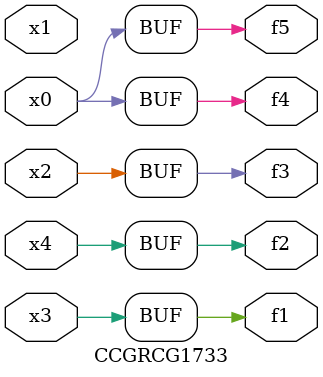
<source format=v>
module CCGRCG1733(
	input x0, x1, x2, x3, x4,
	output f1, f2, f3, f4, f5
);
	assign f1 = x3;
	assign f2 = x4;
	assign f3 = x2;
	assign f4 = x0;
	assign f5 = x0;
endmodule

</source>
